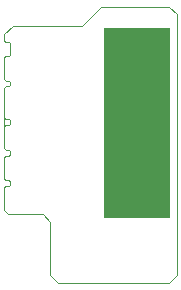
<source format=gbr>
G04 EAGLE Gerber X2 export*
%TF.Part,Single*%
%TF.FileFunction,Other,tape bottom*%
%TF.FilePolarity,Positive*%
%TF.GenerationSoftware,Autodesk,EAGLE,9.3.2*%
%TF.CreationDate,2019-04-11T18:11:52Z*%
G75*
%MOMM*%
%FSLAX34Y34*%
%LPD*%
%INtape bottom*%
%AMOC8*
5,1,8,0,0,1.08239X$1,22.5*%
G01*
%ADD10C,0.000000*%
%ADD11R,5.600000X16.150000*%


D10*
X0Y-36000D02*
X3000Y-39000D01*
X32500Y-39000D01*
X39000Y-45500D01*
X39000Y-91000D01*
X45500Y-97500D01*
X139750Y-97500D01*
X146250Y-91000D01*
X146250Y130000D01*
X139750Y136500D01*
X81500Y136500D01*
X65500Y120500D01*
X7000Y120500D01*
X0Y113500D01*
X0Y107500D01*
X0Y94000D02*
X0Y75000D01*
X1000Y74000D01*
X4000Y74000D01*
X5000Y73000D01*
X5000Y70000D02*
X4000Y69000D01*
X1000Y69000D01*
X0Y68000D01*
X5000Y70000D02*
X5000Y73000D01*
X0Y68000D02*
X0Y42500D01*
X1000Y41500D01*
X4000Y41500D01*
X5000Y40500D01*
X5000Y37500D02*
X4000Y36500D01*
X1000Y36500D01*
X0Y35500D01*
X5000Y37500D02*
X5000Y40500D01*
X0Y42000D02*
X0Y35500D01*
X0Y16500D02*
X1000Y15500D01*
X4000Y15500D01*
X5000Y14500D01*
X5000Y11500D02*
X4000Y10500D01*
X1000Y10500D01*
X0Y9500D01*
X5000Y11500D02*
X5000Y14500D01*
X0Y-16500D02*
X0Y-36000D01*
X0Y-9500D02*
X0Y9500D01*
X0Y16500D02*
X0Y35500D01*
X0Y-9500D02*
X1000Y-10500D01*
X4000Y-10500D02*
X5000Y-11500D01*
X4000Y-10500D02*
X1000Y-10500D01*
X5000Y-11500D02*
X5000Y-14500D01*
X4000Y-15500D01*
X1000Y-15500D01*
X0Y-16500D01*
X1000Y106500D02*
X0Y107500D01*
X1000Y106500D02*
X4000Y106500D01*
X5000Y105500D01*
X5000Y96000D01*
X4000Y95000D01*
X1000Y95000D01*
X0Y94000D01*
D11*
X112500Y38250D03*
M02*

</source>
